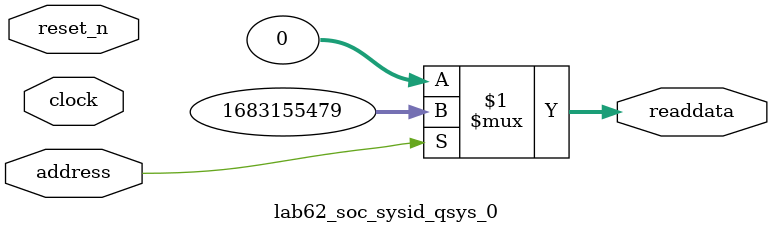
<source format=v>



// synthesis translate_off
`timescale 1ns / 1ps
// synthesis translate_on

// turn off superfluous verilog processor warnings 
// altera message_level Level1 
// altera message_off 10034 10035 10036 10037 10230 10240 10030 

module lab62_soc_sysid_qsys_0 (
               // inputs:
                address,
                clock,
                reset_n,

               // outputs:
                readdata
             )
;

  output  [ 31: 0] readdata;
  input            address;
  input            clock;
  input            reset_n;

  wire    [ 31: 0] readdata;
  //control_slave, which is an e_avalon_slave
  assign readdata = address ? 1683155479 : 0;

endmodule



</source>
